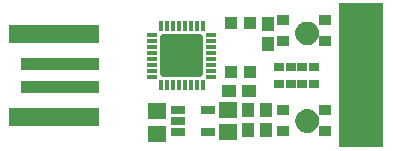
<source format=gbr>
G04 EAGLE Gerber RS-274X export*
G75*
%MOMM*%
%FSLAX34Y34*%
%LPD*%
%INSoldermask Top*%
%IPPOS*%
%AMOC8*
5,1,8,0,0,1.08239X$1,22.5*%
G01*
%ADD10R,3.810000X12.192000*%
%ADD11R,7.601600X1.601600*%
%ADD12R,6.601600X1.101600*%
%ADD13C,1.101600*%
%ADD14C,0.500000*%
%ADD15R,1.601600X1.341600*%
%ADD16R,1.001600X1.001600*%
%ADD17C,0.468206*%
%ADD18R,0.900000X0.350000*%
%ADD19R,0.350000X0.900000*%
%ADD20R,1.101600X1.176600*%
%ADD21R,1.301600X0.651600*%
%ADD22R,1.176600X1.101600*%
%ADD23R,1.101600X0.951600*%
%ADD24R,0.821600X0.701600*%


D10*
X257810Y0D03*
D11*
X-2000Y-35000D03*
D12*
X3000Y-10000D03*
X3000Y10000D03*
D11*
X-2000Y35000D03*
D13*
X212090Y35560D03*
D14*
X212090Y43060D02*
X211909Y43058D01*
X211728Y43051D01*
X211547Y43040D01*
X211366Y43025D01*
X211186Y43005D01*
X211006Y42981D01*
X210827Y42953D01*
X210649Y42920D01*
X210472Y42883D01*
X210295Y42842D01*
X210120Y42797D01*
X209945Y42747D01*
X209772Y42693D01*
X209601Y42635D01*
X209430Y42573D01*
X209262Y42506D01*
X209095Y42436D01*
X208929Y42362D01*
X208766Y42283D01*
X208605Y42201D01*
X208445Y42115D01*
X208288Y42025D01*
X208133Y41931D01*
X207980Y41834D01*
X207830Y41732D01*
X207682Y41628D01*
X207536Y41519D01*
X207394Y41408D01*
X207254Y41292D01*
X207117Y41174D01*
X206982Y41052D01*
X206851Y40927D01*
X206723Y40799D01*
X206598Y40668D01*
X206476Y40533D01*
X206358Y40396D01*
X206242Y40256D01*
X206131Y40114D01*
X206022Y39968D01*
X205918Y39820D01*
X205816Y39670D01*
X205719Y39517D01*
X205625Y39362D01*
X205535Y39205D01*
X205449Y39045D01*
X205367Y38884D01*
X205288Y38721D01*
X205214Y38555D01*
X205144Y38388D01*
X205077Y38220D01*
X205015Y38049D01*
X204957Y37878D01*
X204903Y37705D01*
X204853Y37530D01*
X204808Y37355D01*
X204767Y37178D01*
X204730Y37001D01*
X204697Y36823D01*
X204669Y36644D01*
X204645Y36464D01*
X204625Y36284D01*
X204610Y36103D01*
X204599Y35922D01*
X204592Y35741D01*
X204590Y35560D01*
X212090Y43060D02*
X212271Y43058D01*
X212452Y43051D01*
X212633Y43040D01*
X212814Y43025D01*
X212994Y43005D01*
X213174Y42981D01*
X213353Y42953D01*
X213531Y42920D01*
X213708Y42883D01*
X213885Y42842D01*
X214060Y42797D01*
X214235Y42747D01*
X214408Y42693D01*
X214579Y42635D01*
X214750Y42573D01*
X214918Y42506D01*
X215085Y42436D01*
X215251Y42362D01*
X215414Y42283D01*
X215575Y42201D01*
X215735Y42115D01*
X215892Y42025D01*
X216047Y41931D01*
X216200Y41834D01*
X216350Y41732D01*
X216498Y41628D01*
X216644Y41519D01*
X216786Y41408D01*
X216926Y41292D01*
X217063Y41174D01*
X217198Y41052D01*
X217329Y40927D01*
X217457Y40799D01*
X217582Y40668D01*
X217704Y40533D01*
X217822Y40396D01*
X217938Y40256D01*
X218049Y40114D01*
X218158Y39968D01*
X218262Y39820D01*
X218364Y39670D01*
X218461Y39517D01*
X218555Y39362D01*
X218645Y39205D01*
X218731Y39045D01*
X218813Y38884D01*
X218892Y38721D01*
X218966Y38555D01*
X219036Y38388D01*
X219103Y38220D01*
X219165Y38049D01*
X219223Y37878D01*
X219277Y37705D01*
X219327Y37530D01*
X219372Y37355D01*
X219413Y37178D01*
X219450Y37001D01*
X219483Y36823D01*
X219511Y36644D01*
X219535Y36464D01*
X219555Y36284D01*
X219570Y36103D01*
X219581Y35922D01*
X219588Y35741D01*
X219590Y35560D01*
X219588Y35379D01*
X219581Y35198D01*
X219570Y35017D01*
X219555Y34836D01*
X219535Y34656D01*
X219511Y34476D01*
X219483Y34297D01*
X219450Y34119D01*
X219413Y33942D01*
X219372Y33765D01*
X219327Y33590D01*
X219277Y33415D01*
X219223Y33242D01*
X219165Y33071D01*
X219103Y32900D01*
X219036Y32732D01*
X218966Y32565D01*
X218892Y32399D01*
X218813Y32236D01*
X218731Y32075D01*
X218645Y31915D01*
X218555Y31758D01*
X218461Y31603D01*
X218364Y31450D01*
X218262Y31300D01*
X218158Y31152D01*
X218049Y31006D01*
X217938Y30864D01*
X217822Y30724D01*
X217704Y30587D01*
X217582Y30452D01*
X217457Y30321D01*
X217329Y30193D01*
X217198Y30068D01*
X217063Y29946D01*
X216926Y29828D01*
X216786Y29712D01*
X216644Y29601D01*
X216498Y29492D01*
X216350Y29388D01*
X216200Y29286D01*
X216047Y29189D01*
X215892Y29095D01*
X215735Y29005D01*
X215575Y28919D01*
X215414Y28837D01*
X215251Y28758D01*
X215085Y28684D01*
X214918Y28614D01*
X214750Y28547D01*
X214579Y28485D01*
X214408Y28427D01*
X214235Y28373D01*
X214060Y28323D01*
X213885Y28278D01*
X213708Y28237D01*
X213531Y28200D01*
X213353Y28167D01*
X213174Y28139D01*
X212994Y28115D01*
X212814Y28095D01*
X212633Y28080D01*
X212452Y28069D01*
X212271Y28062D01*
X212090Y28060D01*
X211909Y28062D01*
X211728Y28069D01*
X211547Y28080D01*
X211366Y28095D01*
X211186Y28115D01*
X211006Y28139D01*
X210827Y28167D01*
X210649Y28200D01*
X210472Y28237D01*
X210295Y28278D01*
X210120Y28323D01*
X209945Y28373D01*
X209772Y28427D01*
X209601Y28485D01*
X209430Y28547D01*
X209262Y28614D01*
X209095Y28684D01*
X208929Y28758D01*
X208766Y28837D01*
X208605Y28919D01*
X208445Y29005D01*
X208288Y29095D01*
X208133Y29189D01*
X207980Y29286D01*
X207830Y29388D01*
X207682Y29492D01*
X207536Y29601D01*
X207394Y29712D01*
X207254Y29828D01*
X207117Y29946D01*
X206982Y30068D01*
X206851Y30193D01*
X206723Y30321D01*
X206598Y30452D01*
X206476Y30587D01*
X206358Y30724D01*
X206242Y30864D01*
X206131Y31006D01*
X206022Y31152D01*
X205918Y31300D01*
X205816Y31450D01*
X205719Y31603D01*
X205625Y31758D01*
X205535Y31915D01*
X205449Y32075D01*
X205367Y32236D01*
X205288Y32399D01*
X205214Y32565D01*
X205144Y32732D01*
X205077Y32900D01*
X205015Y33071D01*
X204957Y33242D01*
X204903Y33415D01*
X204853Y33590D01*
X204808Y33765D01*
X204767Y33942D01*
X204730Y34119D01*
X204697Y34297D01*
X204669Y34476D01*
X204645Y34656D01*
X204625Y34836D01*
X204610Y35017D01*
X204599Y35198D01*
X204592Y35379D01*
X204590Y35560D01*
D13*
X212217Y-38735D03*
D14*
X212217Y-31235D02*
X212036Y-31237D01*
X211855Y-31244D01*
X211674Y-31255D01*
X211493Y-31270D01*
X211313Y-31290D01*
X211133Y-31314D01*
X210954Y-31342D01*
X210776Y-31375D01*
X210599Y-31412D01*
X210422Y-31453D01*
X210247Y-31498D01*
X210072Y-31548D01*
X209899Y-31602D01*
X209728Y-31660D01*
X209557Y-31722D01*
X209389Y-31789D01*
X209222Y-31859D01*
X209056Y-31933D01*
X208893Y-32012D01*
X208732Y-32094D01*
X208572Y-32180D01*
X208415Y-32270D01*
X208260Y-32364D01*
X208107Y-32461D01*
X207957Y-32563D01*
X207809Y-32667D01*
X207663Y-32776D01*
X207521Y-32887D01*
X207381Y-33003D01*
X207244Y-33121D01*
X207109Y-33243D01*
X206978Y-33368D01*
X206850Y-33496D01*
X206725Y-33627D01*
X206603Y-33762D01*
X206485Y-33899D01*
X206369Y-34039D01*
X206258Y-34181D01*
X206149Y-34327D01*
X206045Y-34475D01*
X205943Y-34625D01*
X205846Y-34778D01*
X205752Y-34933D01*
X205662Y-35090D01*
X205576Y-35250D01*
X205494Y-35411D01*
X205415Y-35574D01*
X205341Y-35740D01*
X205271Y-35907D01*
X205204Y-36075D01*
X205142Y-36246D01*
X205084Y-36417D01*
X205030Y-36590D01*
X204980Y-36765D01*
X204935Y-36940D01*
X204894Y-37117D01*
X204857Y-37294D01*
X204824Y-37472D01*
X204796Y-37651D01*
X204772Y-37831D01*
X204752Y-38011D01*
X204737Y-38192D01*
X204726Y-38373D01*
X204719Y-38554D01*
X204717Y-38735D01*
X212217Y-31235D02*
X212398Y-31237D01*
X212579Y-31244D01*
X212760Y-31255D01*
X212941Y-31270D01*
X213121Y-31290D01*
X213301Y-31314D01*
X213480Y-31342D01*
X213658Y-31375D01*
X213835Y-31412D01*
X214012Y-31453D01*
X214187Y-31498D01*
X214362Y-31548D01*
X214535Y-31602D01*
X214706Y-31660D01*
X214877Y-31722D01*
X215045Y-31789D01*
X215212Y-31859D01*
X215378Y-31933D01*
X215541Y-32012D01*
X215702Y-32094D01*
X215862Y-32180D01*
X216019Y-32270D01*
X216174Y-32364D01*
X216327Y-32461D01*
X216477Y-32563D01*
X216625Y-32667D01*
X216771Y-32776D01*
X216913Y-32887D01*
X217053Y-33003D01*
X217190Y-33121D01*
X217325Y-33243D01*
X217456Y-33368D01*
X217584Y-33496D01*
X217709Y-33627D01*
X217831Y-33762D01*
X217949Y-33899D01*
X218065Y-34039D01*
X218176Y-34181D01*
X218285Y-34327D01*
X218389Y-34475D01*
X218491Y-34625D01*
X218588Y-34778D01*
X218682Y-34933D01*
X218772Y-35090D01*
X218858Y-35250D01*
X218940Y-35411D01*
X219019Y-35574D01*
X219093Y-35740D01*
X219163Y-35907D01*
X219230Y-36075D01*
X219292Y-36246D01*
X219350Y-36417D01*
X219404Y-36590D01*
X219454Y-36765D01*
X219499Y-36940D01*
X219540Y-37117D01*
X219577Y-37294D01*
X219610Y-37472D01*
X219638Y-37651D01*
X219662Y-37831D01*
X219682Y-38011D01*
X219697Y-38192D01*
X219708Y-38373D01*
X219715Y-38554D01*
X219717Y-38735D01*
X219715Y-38916D01*
X219708Y-39097D01*
X219697Y-39278D01*
X219682Y-39459D01*
X219662Y-39639D01*
X219638Y-39819D01*
X219610Y-39998D01*
X219577Y-40176D01*
X219540Y-40353D01*
X219499Y-40530D01*
X219454Y-40705D01*
X219404Y-40880D01*
X219350Y-41053D01*
X219292Y-41224D01*
X219230Y-41395D01*
X219163Y-41563D01*
X219093Y-41730D01*
X219019Y-41896D01*
X218940Y-42059D01*
X218858Y-42220D01*
X218772Y-42380D01*
X218682Y-42537D01*
X218588Y-42692D01*
X218491Y-42845D01*
X218389Y-42995D01*
X218285Y-43143D01*
X218176Y-43289D01*
X218065Y-43431D01*
X217949Y-43571D01*
X217831Y-43708D01*
X217709Y-43843D01*
X217584Y-43974D01*
X217456Y-44102D01*
X217325Y-44227D01*
X217190Y-44349D01*
X217053Y-44467D01*
X216913Y-44583D01*
X216771Y-44694D01*
X216625Y-44803D01*
X216477Y-44907D01*
X216327Y-45009D01*
X216174Y-45106D01*
X216019Y-45200D01*
X215862Y-45290D01*
X215702Y-45376D01*
X215541Y-45458D01*
X215378Y-45537D01*
X215212Y-45611D01*
X215045Y-45681D01*
X214877Y-45748D01*
X214706Y-45810D01*
X214535Y-45868D01*
X214362Y-45922D01*
X214187Y-45972D01*
X214012Y-46017D01*
X213835Y-46058D01*
X213658Y-46095D01*
X213480Y-46128D01*
X213301Y-46156D01*
X213121Y-46180D01*
X212941Y-46200D01*
X212760Y-46215D01*
X212579Y-46226D01*
X212398Y-46233D01*
X212217Y-46235D01*
X212036Y-46233D01*
X211855Y-46226D01*
X211674Y-46215D01*
X211493Y-46200D01*
X211313Y-46180D01*
X211133Y-46156D01*
X210954Y-46128D01*
X210776Y-46095D01*
X210599Y-46058D01*
X210422Y-46017D01*
X210247Y-45972D01*
X210072Y-45922D01*
X209899Y-45868D01*
X209728Y-45810D01*
X209557Y-45748D01*
X209389Y-45681D01*
X209222Y-45611D01*
X209056Y-45537D01*
X208893Y-45458D01*
X208732Y-45376D01*
X208572Y-45290D01*
X208415Y-45200D01*
X208260Y-45106D01*
X208107Y-45009D01*
X207957Y-44907D01*
X207809Y-44803D01*
X207663Y-44694D01*
X207521Y-44583D01*
X207381Y-44467D01*
X207244Y-44349D01*
X207109Y-44227D01*
X206978Y-44102D01*
X206850Y-43974D01*
X206725Y-43843D01*
X206603Y-43708D01*
X206485Y-43571D01*
X206369Y-43431D01*
X206258Y-43289D01*
X206149Y-43143D01*
X206045Y-42995D01*
X205943Y-42845D01*
X205846Y-42692D01*
X205752Y-42537D01*
X205662Y-42380D01*
X205576Y-42220D01*
X205494Y-42059D01*
X205415Y-41896D01*
X205341Y-41730D01*
X205271Y-41563D01*
X205204Y-41395D01*
X205142Y-41224D01*
X205084Y-41053D01*
X205030Y-40880D01*
X204980Y-40705D01*
X204935Y-40530D01*
X204894Y-40353D01*
X204857Y-40176D01*
X204824Y-39998D01*
X204796Y-39819D01*
X204772Y-39639D01*
X204752Y-39459D01*
X204737Y-39278D01*
X204726Y-39097D01*
X204719Y-38916D01*
X204717Y-38735D01*
D15*
X145415Y-29235D03*
X145415Y-48235D03*
X85090Y-49505D03*
X85090Y-30505D03*
D16*
X147575Y43995D03*
X163575Y43995D03*
X163575Y2995D03*
X147575Y2995D03*
D17*
X121712Y32177D02*
X90378Y32177D01*
X121712Y32177D02*
X121712Y843D01*
X90378Y843D01*
X90378Y32177D01*
X90378Y5291D02*
X121712Y5291D01*
X121712Y9739D02*
X90378Y9739D01*
X90378Y14187D02*
X121712Y14187D01*
X121712Y18635D02*
X90378Y18635D01*
X90378Y23083D02*
X121712Y23083D01*
X121712Y27531D02*
X90378Y27531D01*
X90378Y31979D02*
X121712Y31979D01*
D18*
X131045Y-990D03*
X131045Y4010D03*
X131045Y9010D03*
X131045Y14010D03*
X131045Y19010D03*
X131045Y24010D03*
X131045Y29010D03*
X131045Y34010D03*
D19*
X123545Y41510D03*
X118545Y41510D03*
X113545Y41510D03*
X108545Y41510D03*
X103545Y41510D03*
X98545Y41510D03*
X93545Y41510D03*
X88545Y41510D03*
D18*
X81045Y34010D03*
X81045Y29010D03*
X81045Y24010D03*
X81045Y19010D03*
X81045Y14010D03*
X81045Y9010D03*
X81045Y4010D03*
X81045Y-990D03*
D19*
X88545Y-8490D03*
X93545Y-8490D03*
X98545Y-8490D03*
X103545Y-8490D03*
X108545Y-8490D03*
X113545Y-8490D03*
X118545Y-8490D03*
X123545Y-8490D03*
D20*
X161925Y-28965D03*
X161925Y-45965D03*
D21*
X102569Y-29235D03*
X102569Y-38735D03*
X102569Y-48235D03*
X128571Y-48235D03*
X128571Y-29235D03*
D22*
X145805Y-13335D03*
X162805Y-13335D03*
D23*
X227050Y-46850D03*
X192050Y-46850D03*
X227050Y-29350D03*
X192050Y-29350D03*
X192050Y46850D03*
X227050Y46850D03*
X192050Y29350D03*
X227050Y29350D03*
D24*
X188150Y7000D03*
X198150Y7000D03*
X208150Y7000D03*
X218150Y7000D03*
X218150Y-7000D03*
X208150Y-7000D03*
X198150Y-7000D03*
X188150Y-7000D03*
D20*
X177165Y-29600D03*
X177165Y-46600D03*
X179070Y26425D03*
X179070Y43425D03*
M02*

</source>
